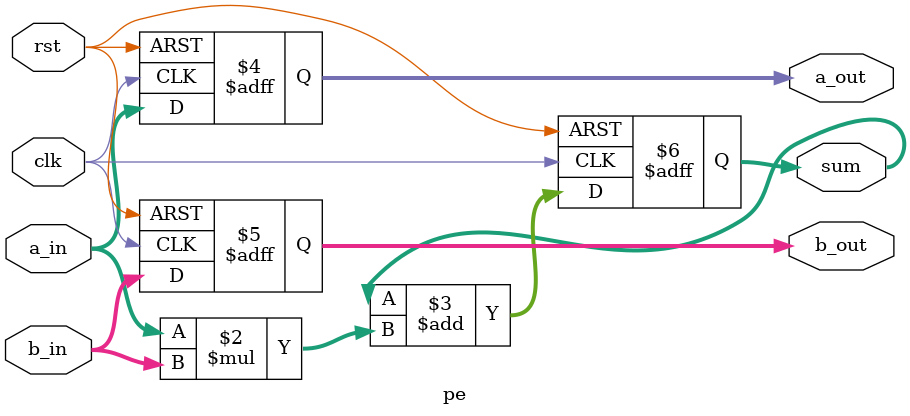
<source format=v>
module pe (
    input clk,
    input rst,
    input [7:0] a_in,  // Input from Left
    input [7:0] b_in,  // Input from Top
    output reg [7:0] a_out, // Pass to Right
    output reg [7:0] b_out, // Pass to Bottom
    output reg [15:0] sum   // Accumulated Result
);

    always @(posedge clk or posedge rst) begin
        if (rst) begin
            a_out <= 0;
            b_out <= 0;
            sum   <= 0;
        end else begin
            // 1. Pass data to neighbors
            a_out <= a_in;
            b_out <= b_in;
            
            // 2. MAC Operation (Multiply-Accumulate)
            sum <= sum + (a_in * b_in);
        end
    end
endmodule

</source>
